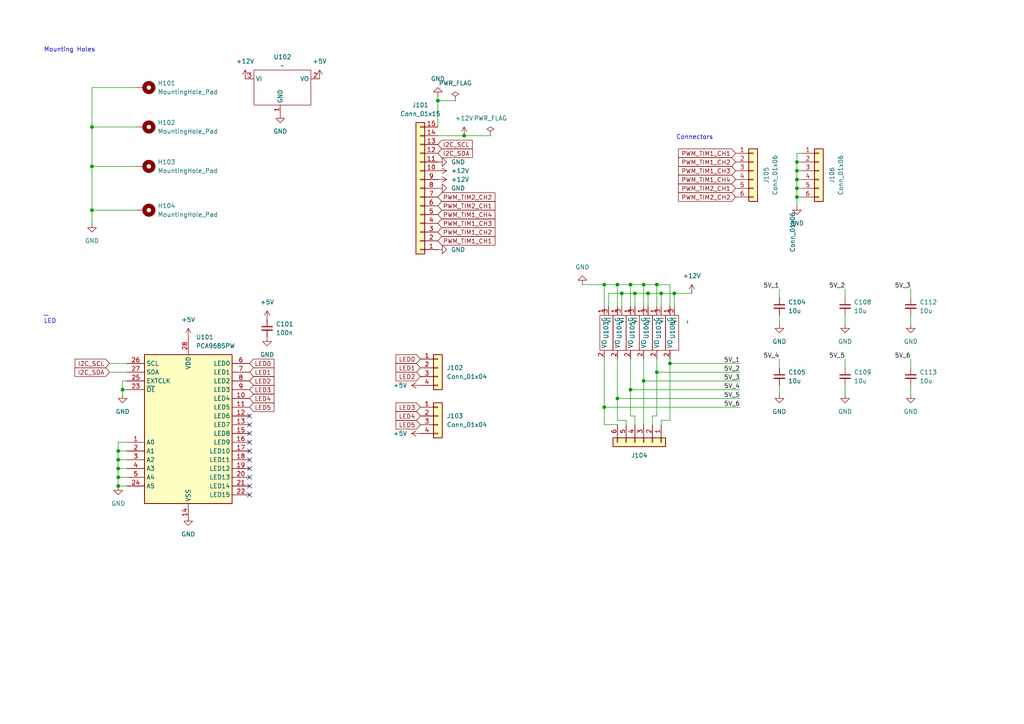
<source format=kicad_sch>
(kicad_sch (version 20231120) (generator "eeschema") (generator_version "8.0")
  (paper "A4")
  (title_block (title "PCB_tête") (date "2024-03-09") (rev "1.0") (company "ENSEA"))
  (lib_symbols
    (symbol "+5V_2" (power) (pin_numbers hide) (pin_names (offset 0) hide)
      (property "Value" "+5V" (at 0 3.556 0))
      (symbol "+5V_2_0_1"
        (polyline (pts (xy -0.762 1.27) (xy 0 2.54)))
        (polyline (pts (xy 0 0) (xy 0 2.54)))
        (polyline (pts (xy 0 2.54) (xy 0.762 1.27)))
      )
      (symbol "+5V_2_1_1"
        (pin power_in line (at 0 0 90) (length 0) (name "~") (number "1"))
      )
    )
    (symbol "Buck_1"
      (property "Reference" "U5" (at 2.032 -6.858 0))
      (property "Value" "~" (at 4.445 3.81 0))
      (symbol "Buck_1_1_1"
        (rectangle (start 2.54 1.27) (end 12.7 -2.54))
        (pin power_in line (at 0 -1.27 0) (length 2.54) (name "G") (number "1"))
        (pin passive line (at 15.24 -1.27 180) (length 2.54) (name "VO") (number "2"))
        (pin power_in line (at 0 0 0) (length 2.54) (name "VI") (number "3"))
      )
    )
    (symbol "Connector_Generic:Conn_01x04" (pin_names (offset 1.016) hide)
      (property "Reference" "J" (at 0 5.08 0))
      (property "Value" "Conn_01x04" (at 0 -7.62 0))
      (symbol "Conn_01x04_1_1"
        (rectangle (start -1.27 -4.953) (end 0 -5.207) (stroke (width 0.1524)))
        (rectangle (start -1.27 -2.413) (end 0 -2.667) (stroke (width 0.1524)))
        (rectangle (start -1.27 0.127) (end 0 -0.127) (stroke (width 0.1524)))
        (rectangle (start -1.27 2.667) (end 0 2.413) (stroke (width 0.1524)))
        (rectangle (start -1.27 3.81) (end 1.27 -6.35) (stroke (width 0.254)) (fill (type background)))
        (pin passive line (at -5.08 2.54 0) (length 3.81) (name "Pin_1") (number "1"))
        (pin passive line (at -5.08 0 0) (length 3.81) (name "Pin_2") (number "2"))
        (pin passive line (at -5.08 -2.54 0) (length 3.81) (name "Pin_3") (number "3"))
        (pin passive line (at -5.08 -5.08 0) (length 3.81) (name "Pin_4") (number "4"))
      )
    )
    (symbol "Connector_Generic:Conn_01x06" (pin_names (offset 1.016) hide)
      (property "Reference" "J" (at 0 7.62 0))
      (property "Value" "Conn_01x06" (at 0 -10.16 0))
      (symbol "Conn_01x06_1_1"
        (rectangle (start -1.27 -7.493) (end 0 -7.747) (stroke (width 0.1524)))
        (rectangle (start -1.27 -4.953) (end 0 -5.207) (stroke (width 0.1524)))
        (rectangle (start -1.27 -2.413) (end 0 -2.667) (stroke (width 0.1524)))
        (rectangle (start -1.27 0.127) (end 0 -0.127) (stroke (width 0.1524)))
        (rectangle (start -1.27 2.667) (end 0 2.413) (stroke (width 0.1524)))
        (rectangle (start -1.27 5.207) (end 0 4.953) (stroke (width 0.1524)))
        (rectangle (start -1.27 6.35) (end 1.27 -8.89) (stroke (width 0.254)) (fill (type background)))
        (pin passive line (at -5.08 5.08 0) (length 3.81) (name "Pin_1") (number "1"))
        (pin passive line (at -5.08 2.54 0) (length 3.81) (name "Pin_2") (number "2"))
        (pin passive line (at -5.08 0 0) (length 3.81) (name "Pin_3") (number "3"))
        (pin passive line (at -5.08 -2.54 0) (length 3.81) (name "Pin_4") (number "4"))
        (pin passive line (at -5.08 -5.08 0) (length 3.81) (name "Pin_5") (number "5"))
        (pin passive line (at -5.08 -7.62 0) (length 3.81) (name "Pin_6") (number "6"))
      )
    )
    (symbol "Connector_Generic:Conn_01x15" (pin_names (offset 1.016) hide)
      (property "Reference" "J" (at 0 20.32 0))
      (property "Value" "Conn_01x15" (at 0 -20.32 0))
      (symbol "Conn_01x15_1_1"
        (rectangle (start -1.27 -17.653) (end 0 -17.907) (stroke (width 0.1524)))
        (rectangle (start -1.27 -15.113) (end 0 -15.367) (stroke (width 0.1524)))
        (rectangle (start -1.27 -12.573) (end 0 -12.827) (stroke (width 0.1524)))
        (rectangle (start -1.27 -10.033) (end 0 -10.287) (stroke (width 0.1524)))
        (rectangle (start -1.27 -7.493) (end 0 -7.747) (stroke (width 0.1524)))
        (rectangle (start -1.27 -4.953) (end 0 -5.207) (stroke (width 0.1524)))
        (rectangle (start -1.27 -2.413) (end 0 -2.667) (stroke (width 0.1524)))
        (rectangle (start -1.27 0.127) (end 0 -0.127) (stroke (width 0.1524)))
        (rectangle (start -1.27 2.667) (end 0 2.413) (stroke (width 0.1524)))
        (rectangle (start -1.27 5.207) (end 0 4.953) (stroke (width 0.1524)))
        (rectangle (start -1.27 7.747) (end 0 7.493) (stroke (width 0.1524)))
        (rectangle (start -1.27 10.287) (end 0 10.033) (stroke (width 0.1524)))
        (rectangle (start -1.27 12.827) (end 0 12.573) (stroke (width 0.1524)))
        (rectangle (start -1.27 15.367) (end 0 15.113) (stroke (width 0.1524)))
        (rectangle (start -1.27 17.907) (end 0 17.653) (stroke (width 0.1524)))
        (rectangle (start -1.27 19.05) (end 1.27 -19.05) (stroke (width 0.254)) (fill (type background)))
        (pin passive line (at -5.08 17.78 0) (length 3.81) (name "Pin_1") (number "1"))
        (pin passive line (at -5.08 -5.08 0) (length 3.81) (name "Pin_10") (number "10"))
        (pin passive line (at -5.08 -7.62 0) (length 3.81) (name "Pin_11") (number "11"))
        (pin passive line (at -5.08 -10.16 0) (length 3.81) (name "Pin_12") (number "12"))
        (pin passive line (at -5.08 -12.7 0) (length 3.81) (name "Pin_13") (number "13"))
        (pin passive line (at -5.08 -15.24 0) (length 3.81) (name "Pin_14") (number "14"))
        (pin passive line (at -5.08 -17.78 0) (length 3.81) (name "Pin_15") (number "15"))
        (pin passive line (at -5.08 15.24 0) (length 3.81) (name "Pin_2") (number "2"))
        (pin passive line (at -5.08 12.7 0) (length 3.81) (name "Pin_3") (number "3"))
        (pin passive line (at -5.08 10.16 0) (length 3.81) (name "Pin_4") (number "4"))
        (pin passive line (at -5.08 7.62 0) (length 3.81) (name "Pin_5") (number "5"))
        (pin passive line (at -5.08 5.08 0) (length 3.81) (name "Pin_6") (number "6"))
        (pin passive line (at -5.08 2.54 0) (length 3.81) (name "Pin_7") (number "7"))
        (pin passive line (at -5.08 0 0) (length 3.81) (name "Pin_8") (number "8"))
        (pin passive line (at -5.08 -2.54 0) (length 3.81) (name "Pin_9") (number "9"))
      )
    )
    (symbol "Device:C_Small" (pin_numbers hide) (pin_names (offset 0.254) hide)
      (property "Reference" "C" (at 0.254 1.778 0))
      (property "Value" "C_Small" (at 0.254 -2.032 0))
      (symbol "C_Small_0_1"
        (polyline (pts (xy -1.524 -0.508) (xy 1.524 -0.508)) (stroke (width 0.3302)))
        (polyline (pts (xy -1.524 0.508) (xy 1.524 0.508)) (stroke (width 0.3048)))
      )
      (symbol "C_Small_1_1"
        (pin passive line (at 0 2.54 270) (length 2.032) (name "~") (number "1"))
        (pin passive line (at 0 -2.54 90) (length 2.032) (name "~") (number "2"))
      )
    )
    (symbol "Driver_LED:PCA9685PW"
      (property "Reference" "U" (at -12.7 22.225 0))
      (property "Value" "PCA9685PW" (at 1.27 22.225 0))
      (symbol "PCA9685PW_0_1"
        (rectangle (start -12.7 20.32) (end 12.7 -22.86) (stroke (width 0.254)) (fill (type background)))
      )
      (symbol "PCA9685PW_1_1"
        (pin input line (at -17.78 -5.08 0) (length 5.08) (name "A0") (number "1"))
        (pin output line (at 17.78 7.62 180) (length 5.08) (name "LED4") (number "10"))
        (pin output line (at 17.78 5.08 180) (length 5.08) (name "LED5") (number "11"))
        (pin output line (at 17.78 2.54 180) (length 5.08) (name "LED6") (number "12"))
        (pin output line (at 17.78 0 180) (length 5.08) (name "LED7") (number "13"))
        (pin power_in line (at 0 -27.94 90) (length 5.08) (name "VSS") (number "14"))
        (pin output line (at 17.78 -2.54 180) (length 5.08) (name "LED8") (number "15"))
        (pin output line (at 17.78 -5.08 180) (length 5.08) (name "LED9") (number "16"))
        (pin output line (at 17.78 -7.62 180) (length 5.08) (name "LED10") (number "17"))
        (pin output line (at 17.78 -10.16 180) (length 5.08) (name "LED11") (number "18"))
        (pin output line (at 17.78 -12.7 180) (length 5.08) (name "LED12") (number "19"))
        (pin input line (at -17.78 -7.62 0) (length 5.08) (name "A1") (number "2"))
        (pin output line (at 17.78 -15.24 180) (length 5.08) (name "LED13") (number "20"))
        (pin output line (at 17.78 -17.78 180) (length 5.08) (name "LED14") (number "21"))
        (pin output line (at 17.78 -20.32 180) (length 5.08) (name "LED15") (number "22"))
        (pin input line (at -17.78 10.16 0) (length 5.08) (name "~{OE}") (number "23"))
        (pin input line (at -17.78 -17.78 0) (length 5.08) (name "A5") (number "24"))
        (pin input line (at -17.78 12.7 0) (length 5.08) (name "EXTCLK") (number "25"))
        (pin input line (at -17.78 17.78 0) (length 5.08) (name "SCL") (number "26"))
        (pin bidirectional line (at -17.78 15.24 0) (length 5.08) (name "SDA") (number "27"))
        (pin power_in line (at 0 25.4 270) (length 5.08) (name "VDD") (number "28"))
        (pin input line (at -17.78 -10.16 0) (length 5.08) (name "A2") (number "3"))
        (pin input line (at -17.78 -12.7 0) (length 5.08) (name "A3") (number "4"))
        (pin input line (at -17.78 -15.24 0) (length 5.08) (name "A4") (number "5"))
        (pin output line (at 17.78 17.78 180) (length 5.08) (name "LED0") (number "6"))
        (pin output line (at 17.78 15.24 180) (length 5.08) (name "LED1") (number "7"))
        (pin output line (at 17.78 12.7 180) (length 5.08) (name "LED2") (number "8"))
        (pin output line (at 17.78 10.16 180) (length 5.08) (name "LED3") (number "9"))
      )
    )
    (symbol "GND_1" (power) (pin_numbers hide) (pin_names (offset 0) hide)
      (property "Value" "GND" (at 0 -3.81 0))
      (symbol "GND_1_0_1"
        (polyline (pts (xy 0 0) (xy 0 -1.27) (xy 1.27 -1.27) (xy 0 -2.54) (xy -1.27 -1.27) (xy 0 -1.27)))
      )
      (symbol "GND_1_1_1"
        (pin power_in line (at 0 0 270) (length 0) (name "~") (number "1"))
      )
    )
    (symbol "GND_2" (power) (pin_numbers hide) (pin_names (offset 0) hide)
      (property "Value" "GND" (at 0 -3.81 0))
      (symbol "GND_2_0_1"
        (polyline (pts (xy 0 0) (xy 0 -1.27) (xy 1.27 -1.27) (xy 0 -2.54) (xy -1.27 -1.27) (xy 0 -1.27)))
      )
      (symbol "GND_2_1_1"
        (pin power_in line (at 0 0 270) (length 0) (name "~") (number "1"))
      )
    )
    (symbol "GND_3" (power) (pin_numbers hide) (pin_names (offset 0) hide)
      (property "Value" "GND" (at 0 -3.81 0))
      (symbol "GND_3_0_1"
        (polyline (pts (xy 0 0) (xy 0 -1.27) (xy 1.27 -1.27) (xy 0 -2.54) (xy -1.27 -1.27) (xy 0 -1.27)))
      )
      (symbol "GND_3_1_1"
        (pin power_in line (at 0 0 270) (length 0) (name "~") (number "1"))
      )
    )
    (symbol "Mechanical:MountingHole_Pad" (pin_numbers hide) (pin_names (offset 1.016) hide)
      (property "Reference" "H" (at 0 6.35 0))
      (property "Value" "MountingHole_Pad" (at 0 4.445 0))
      (symbol "MountingHole_Pad_0_1"
        (circle (center 0 1.27) (radius 1.27) (stroke (width 1.27)))
      )
      (symbol "MountingHole_Pad_1_1"
        (pin input line (at 0 -2.54 90) (length 2.54) (name "1") (number "1"))
      )
    )
    (symbol "kicad-unified-universal-8.0.0:Buck1"
      (property "Reference" "U7" (at 0.635 7.62 0))
      (property "Value" "~" (at 0.635 5.08 0))
      (symbol "Buck1_1_1"
        (rectangle (start -7.62 3.81) (end 8.89 -6.35))
        (pin power_in line (at 0 -8.89 90) (length 2.54) (name "GND") (number "1"))
        (pin power_out line (at 11.43 1.27 180) (length 2.54) (name "VO") (number "2"))
        (pin power_in line (at -10.16 1.27 0) (length 2.54) (name "VI") (number "3"))
      )
    )
    (symbol "power:+12V" (power) (pin_numbers hide) (pin_names (offset 0) hide)
      (property "Value" "+12V" (at 0 3.556 0))
      (symbol "+12V_0_1"
        (polyline (pts (xy -0.762 1.27) (xy 0 2.54)))
        (polyline (pts (xy 0 0) (xy 0 2.54)))
        (polyline (pts (xy 0 2.54) (xy 0.762 1.27)))
      )
      (symbol "+12V_1_1"
        (pin power_in line (at 0 0 90) (length 0) (name "~") (number "1"))
      )
    )
    (symbol "power:+5V" (power) (pin_names (offset 0))
      (property "Value" "+5V" (at 0 3.556 0))
      (symbol "+5V_0_1"
        (polyline (pts (xy -0.762 1.27) (xy 0 2.54)))
        (polyline (pts (xy 0 0) (xy 0 2.54)))
        (polyline (pts (xy 0 2.54) (xy 0.762 1.27)))
      )
      (symbol "+5V_1_1"
        (pin power_in line (at 0 0 90) (length 0) hide (name "+5V") (number "1"))
      )
    )
    (symbol "power:GND" (power) (pin_names (offset 0))
      (property "Value" "GND" (at 0 -3.81 0))
      (symbol "GND_0_1"
        (polyline (pts (xy 0 0) (xy 0 -1.27) (xy 1.27 -1.27) (xy 0 -2.54) (xy -1.27 -1.27) (xy 0 -1.27)))
      )
      (symbol "GND_1_1"
        (pin power_in line (at 0 0 270) (length 0) hide (name "GND") (number "1"))
      )
    )
    (symbol "power:PWR_FLAG" (power) (pin_numbers hide) (pin_names (offset 0) hide)
      (property "Value" "PWR_FLAG" (at 0 3.81 0))
      (symbol "PWR_FLAG_0_0"
        (pin power_out line (at 0 0 90) (length 0) (name "~") (number "1"))
      )
      (symbol "PWR_FLAG_0_1"
        (polyline (pts (xy 0 0) (xy 0 1.27) (xy -1.016 1.905) (xy 0 2.54) (xy 1.016 1.905) (xy 0 1.27)))
      )
    )
  )
  (junction (at 231.14 57.15))
  (junction (at 182.88 82.55))
  (junction (at 175.26 82.55))
  (junction (at 190.5 82.55))
  (junction (at 26.67 36.83))
  (junction (at 231.14 54.61))
  (junction (at 179.07 82.55))
  (junction (at 34.29 138.43))
  (junction (at 186.69 110.49))
  (junction (at 194.31 105.41))
  (junction (at 34.29 140.97))
  (junction (at 182.88 113.03))
  (junction (at 190.5 107.95))
  (junction (at 195.58 85.09))
  (junction (at 26.67 48.26))
  (junction (at 127 29.21))
  (junction (at 231.14 49.53))
  (junction (at 191.77 85.09))
  (junction (at 180.34 85.09))
  (junction (at 34.29 130.81))
  (junction (at 34.29 133.35))
  (junction (at 186.69 82.55))
  (junction (at 187.96 85.09))
  (junction (at 231.14 46.99))
  (junction (at 179.07 115.57))
  (junction (at 35.56 113.03))
  (junction (at 231.14 52.07))
  (junction (at 184.15 85.09))
  (junction (at 175.26 118.11))
  (junction (at 34.29 135.89))
  (junction (at 134.62 39.37))
  (junction (at 26.67 60.96))
  (no_connect (at 72.39 140.97))
  (no_connect (at 72.39 128.27))
  (no_connect (at 72.39 123.19))
  (no_connect (at 72.39 125.73))
  (no_connect (at 72.39 133.35))
  (no_connect (at 72.39 138.43))
  (no_connect (at 72.39 143.51))
  (no_connect (at 72.39 130.81))
  (no_connect (at 72.39 120.65))
  (no_connect (at 72.39 135.89))
  (wire (pts (xy 187.96 88.9) (xy 187.96 85.09)))
  (wire (pts (xy 184.15 85.09) (xy 187.96 85.09)))
  (wire (pts (xy 175.26 104.14) (xy 175.26 118.11)))
  (wire (pts (xy 187.96 85.09) (xy 191.77 85.09)))
  (wire (pts (xy 226.06 104.14) (xy 226.06 106.68)))
  (wire (pts (xy 179.07 88.9) (xy 179.07 82.55)))
  (wire (pts (xy 190.5 88.9) (xy 190.5 82.55)))
  (wire (pts (xy 36.83 113.03) (xy 35.56 113.03)))
  (wire (pts (xy 190.5 120.65) (xy 190.5 107.95)))
  (wire (pts (xy 176.53 85.09) (xy 180.34 85.09)))
  (wire (pts (xy 186.69 110.49) (xy 214.63 110.49)))
  (wire (pts (xy 245.11 83.82) (xy 245.11 86.36)))
  (wire (pts (xy 190.5 107.95) (xy 190.5 104.14)))
  (wire (pts (xy 189.23 120.65) (xy 189.23 123.19)))
  (wire (pts (xy 179.07 121.92) (xy 179.07 115.57)))
  (wire (pts (xy 31.75 105.41) (xy 36.83 105.41)))
  (wire (pts (xy 179.07 82.55) (xy 175.26 82.55)))
  (wire (pts (xy 34.29 130.81) (xy 34.29 133.35)))
  (wire (pts (xy 26.67 60.96) (xy 39.37 60.96)))
  (wire (pts (xy 184.15 120.65) (xy 184.15 123.19)))
  (wire (pts (xy 231.14 52.07) (xy 231.14 49.53)))
  (wire (pts (xy 194.31 82.55) (xy 190.5 82.55)))
  (wire (pts (xy 54.61 149.86) (xy 54.61 151.13)))
  (wire (pts (xy 264.16 104.14) (xy 264.16 106.68)))
  (wire (pts (xy 127 27.94) (xy 127 29.21)))
  (wire (pts (xy 186.69 88.9) (xy 186.69 82.55)))
  (wire (pts (xy 134.62 39.37) (xy 142.24 39.37)))
  (wire (pts (xy 264.16 91.44) (xy 264.16 93.98)))
  (wire (pts (xy 34.29 138.43) (xy 34.29 140.97)))
  (polyline (pts (xy 12.7 91.44) (xy 13.97 91.44)) (stroke (width 0) (type dash)))
  (wire (pts (xy 190.5 82.55) (xy 186.69 82.55)))
  (wire (pts (xy 182.88 120.65) (xy 184.15 120.65)))
  (wire (pts (xy 39.37 36.83) (xy 26.67 36.83)))
  (wire (pts (xy 195.58 85.09) (xy 195.58 88.9)))
  (wire (pts (xy 182.88 82.55) (xy 179.07 82.55)))
  (wire (pts (xy 35.56 110.49) (xy 35.56 113.03)))
  (wire (pts (xy 194.31 121.92) (xy 191.77 121.92)))
  (wire (pts (xy 182.88 104.14) (xy 182.88 113.03)))
  (wire (pts (xy 34.29 133.35) (xy 36.83 133.35)))
  (wire (pts (xy 180.34 85.09) (xy 184.15 85.09)))
  (wire (pts (xy 226.06 83.82) (xy 226.06 86.36)))
  (wire (pts (xy 36.83 110.49) (xy 35.56 110.49)))
  (wire (pts (xy 36.83 128.27) (xy 34.29 128.27)))
  (wire (pts (xy 179.07 115.57) (xy 179.07 104.14)))
  (wire (pts (xy 26.67 25.4) (xy 26.67 36.83)))
  (wire (pts (xy 26.67 60.96) (xy 26.67 64.77)))
  (wire (pts (xy 26.67 36.83) (xy 26.67 48.26)))
  (wire (pts (xy 182.88 113.03) (xy 182.88 120.65)))
  (wire (pts (xy 186.69 104.14) (xy 186.69 110.49)))
  (wire (pts (xy 226.06 111.76) (xy 226.06 114.3)))
  (wire (pts (xy 194.31 121.92) (xy 194.31 105.41)))
  (wire (pts (xy 26.67 48.26) (xy 26.67 60.96)))
  (wire (pts (xy 180.34 88.9) (xy 180.34 85.09)))
  (wire (pts (xy 231.14 49.53) (xy 231.14 46.99)))
  (wire (pts (xy 179.07 121.92) (xy 181.61 121.92)))
  (wire (pts (xy 34.29 140.97) (xy 36.83 140.97)))
  (wire (pts (xy 35.56 113.03) (xy 35.56 114.3)))
  (wire (pts (xy 175.26 82.55) (xy 168.91 82.55)))
  (wire (pts (xy 245.11 91.44) (xy 245.11 93.98)))
  (wire (pts (xy 184.15 88.9) (xy 184.15 85.09)))
  (wire (pts (xy 245.11 111.76) (xy 245.11 114.3)))
  (wire (pts (xy 34.29 135.89) (xy 34.29 138.43)))
  (wire (pts (xy 34.29 133.35) (xy 34.29 135.89)))
  (wire (pts (xy 231.14 54.61) (xy 231.14 52.07)))
  (wire (pts (xy 179.07 115.57) (xy 214.63 115.57)))
  (wire (pts (xy 231.14 46.99) (xy 232.41 46.99)))
  (wire (pts (xy 194.31 105.41) (xy 194.31 104.14)))
  (wire (pts (xy 182.88 113.03) (xy 214.63 113.03)))
  (wire (pts (xy 191.77 85.09) (xy 195.58 85.09)))
  (wire (pts (xy 191.77 121.92) (xy 191.77 123.19)))
  (wire (pts (xy 245.11 104.14) (xy 245.11 106.68)))
  (wire (pts (xy 127 29.21) (xy 132.08 29.21)))
  (wire (pts (xy 264.16 83.82) (xy 264.16 86.36)))
  (wire (pts (xy 127 29.21) (xy 127 36.83)))
  (wire (pts (xy 231.14 44.45) (xy 232.41 44.45)))
  (wire (pts (xy 175.26 88.9) (xy 175.26 82.55)))
  (wire (pts (xy 31.75 107.95) (xy 36.83 107.95)))
  (wire (pts (xy 34.29 128.27) (xy 34.29 130.81)))
  (wire (pts (xy 190.5 120.65) (xy 189.23 120.65)))
  (wire (pts (xy 175.26 118.11) (xy 175.26 123.19)))
  (wire (pts (xy 181.61 121.92) (xy 181.61 123.19)))
  (wire (pts (xy 34.29 130.81) (xy 36.83 130.81)))
  (wire (pts (xy 175.26 123.19) (xy 179.07 123.19)))
  (wire (pts (xy 231.14 57.15) (xy 232.41 57.15)))
  (wire (pts (xy 231.14 59.69) (xy 231.14 57.15)))
  (wire (pts (xy 182.88 88.9) (xy 182.88 82.55)))
  (wire (pts (xy 34.29 135.89) (xy 36.83 135.89)))
  (wire (pts (xy 186.69 110.49) (xy 186.69 123.19)))
  (wire (pts (xy 39.37 25.4) (xy 26.67 25.4)))
  (wire (pts (xy 26.67 48.26) (xy 39.37 48.26)))
  (wire (pts (xy 231.14 57.15) (xy 231.14 54.61)))
  (wire (pts (xy 264.16 111.76) (xy 264.16 114.3)))
  (wire (pts (xy 226.06 91.44) (xy 226.06 93.98)))
  (wire (pts (xy 231.14 46.99) (xy 231.14 44.45)))
  (wire (pts (xy 194.31 88.9) (xy 194.31 82.55)))
  (wire (pts (xy 231.14 49.53) (xy 232.41 49.53)))
  (wire (pts (xy 194.31 105.41) (xy 214.63 105.41)))
  (wire (pts (xy 191.77 88.9) (xy 191.77 85.09)))
  (wire (pts (xy 34.29 138.43) (xy 36.83 138.43)))
  (wire (pts (xy 200.66 85.09) (xy 195.58 85.09)))
  (wire (pts (xy 190.5 107.95) (xy 214.63 107.95)))
  (wire (pts (xy 176.53 88.9) (xy 176.53 85.09)))
  (wire (pts (xy 134.62 39.37) (xy 127 39.37)))
  (wire (pts (xy 231.14 52.07) (xy 232.41 52.07)))
  (wire (pts (xy 186.69 82.55) (xy 182.88 82.55)))
  (wire (pts (xy 175.26 118.11) (xy 214.63 118.11)))
  (wire (pts (xy 231.14 54.61) (xy 232.41 54.61)))
  (text "LED " (at 12.7 93.98 0) (effects (font (size 1.27 1.27)) (justify left bottom)))
  (text "Connectors" (at 196.088 40.64 0) (effects (font (size 1.27 1.27)) (justify left bottom)))
  (text "Mounting Holes" (at 12.7 15.24 0) (effects (font (size 1.27 1.27)) (justify left bottom)))
  (label "5V_2" (at 214.63 107.95 180))
  (label "5V_6" (at 264.16 104.14 180))
  (label "5V_3" (at 214.63 110.49 180))
  (label "5V_1" (at 214.63 105.41 180))
  (label "5V_5" (at 214.63 115.57 180))
  (label "5V_2" (at 245.11 83.82 180))
  (label "5V_4" (at 226.06 104.14 180))
  (label "5V_4" (at 214.63 113.03 180))
  (label "5V_6" (at 214.63 118.11 180))
  (label "5V_1" (at 226.06 83.82 180))
  (label "5V_3" (at 264.16 83.82 180))
  (label "5V_5" (at 245.11 104.14 180))
  (global_label "LED5" (shape input) (at 121.92 123.19 180) (property "Intersheetrefs" "${INTERSHEET_REFS}" (effects (hide yes))))
  (global_label "PWM_TIM2_CH2" (shape input) (at 213.36 57.15 180) (property "Intersheetrefs" "${INTERSHEET_REFS}" (effects (hide yes))))
  (global_label "PWM_TIM1_CH4" (shape input) (at 127 62.23 0) (property "Intersheetrefs" "${INTERSHEET_REFS}" (effects (hide yes))))
  (global_label "LED1" (shape input) (at 121.92 106.68 180) (property "Intersheetrefs" "${INTERSHEET_REFS}" (effects (hide yes))))
  (global_label "LED1" (shape input) (at 72.39 107.95 0) (property "Intersheetrefs" "${INTERSHEET_REFS}" (effects (hide yes))))
  (global_label "LED4" (shape input) (at 121.92 120.65 180) (property "Intersheetrefs" "${INTERSHEET_REFS}" (effects (hide yes))))
  (global_label "PWM_TIM2_CH2" (shape input) (at 127 57.15 0) (property "Intersheetrefs" "${INTERSHEET_REFS}" (effects (hide yes))))
  (global_label "PWM_TIM1_CH3" (shape input) (at 127 64.77 0) (property "Intersheetrefs" "${INTERSHEET_REFS}" (effects (hide yes))))
  (global_label "I2C_SCL" (shape input) (at 31.75 105.41 180) (property "Intersheetrefs" "${INTERSHEET_REFS}" (effects (hide yes))))
  (global_label "I2C_SDA" (shape input) (at 31.75 107.95 180) (property "Intersheetrefs" "${INTERSHEET_REFS}" (effects (hide yes))))
  (global_label "LED2" (shape input) (at 72.39 110.49 0) (property "Intersheetrefs" "${INTERSHEET_REFS}" (effects (hide yes))))
  (global_label "PWM_TIM1_CH4" (shape input) (at 213.36 52.07 180) (property "Intersheetrefs" "${INTERSHEET_REFS}" (effects (hide yes))))
  (global_label "PWM_TIM1_CH1" (shape input) (at 213.36 44.45 180) (property "Intersheetrefs" "${INTERSHEET_REFS}" (effects (hide yes))))
  (global_label "PWM_TIM1_CH2" (shape input) (at 127 67.31 0) (property "Intersheetrefs" "${INTERSHEET_REFS}" (effects (hide yes))))
  (global_label "LED5" (shape input) (at 72.39 118.11 0) (property "Intersheetrefs" "${INTERSHEET_REFS}" (effects (hide yes))))
  (global_label "PWM_TIM1_CH3" (shape input) (at 213.36 49.53 180) (property "Intersheetrefs" "${INTERSHEET_REFS}" (effects (hide yes))))
  (global_label "I2C_SDA" (shape input) (at 127 44.45 0) (property "Intersheetrefs" "${INTERSHEET_REFS}" (effects (hide yes))))
  (global_label "LED0" (shape input) (at 121.92 104.14 180) (property "Intersheetrefs" "${INTERSHEET_REFS}" (effects (hide yes))))
  (global_label "LED4" (shape input) (at 72.39 115.57 0) (property "Intersheetrefs" "${INTERSHEET_REFS}" (effects (hide yes))))
  (global_label "I2C_SCL" (shape input) (at 127 41.91 0) (property "Intersheetrefs" "${INTERSHEET_REFS}" (effects (hide yes))))
  (global_label "LED2" (shape input) (at 121.92 109.22 180) (property "Intersheetrefs" "${INTERSHEET_REFS}" (effects (hide yes))))
  (global_label "PWM_TIM1_CH2" (shape input) (at 213.36 46.99 180) (property "Intersheetrefs" "${INTERSHEET_REFS}" (effects (hide yes))))
  (global_label "LED3" (shape input) (at 72.39 113.03 0) (property "Intersheetrefs" "${INTERSHEET_REFS}" (effects (hide yes))))
  (global_label "PWM_TIM2_CH1" (shape input) (at 213.36 54.61 180) (property "Intersheetrefs" "${INTERSHEET_REFS}" (effects (hide yes))))
  (global_label "LED0" (shape input) (at 72.39 105.41 0) (property "Intersheetrefs" "${INTERSHEET_REFS}" (effects (hide yes))))
  (global_label "PWM_TIM2_CH1" (shape input) (at 127 59.69 0) (property "Intersheetrefs" "${INTERSHEET_REFS}" (effects (hide yes))))
  (global_label "PWM_TIM1_CH1" (shape input) (at 127 69.85 0) (property "Intersheetrefs" "${INTERSHEET_REFS}" (effects (hide yes))))
  (global_label "LED3" (shape input) (at 121.92 118.11 180) (property "Intersheetrefs" "${INTERSHEET_REFS}" (effects (hide yes))))
  (symbol (lib_name "GND_1") (lib_id "power:GND") (at 127 54.61 90) (unit 1)
    (property "Reference" "#PWR0117" (effects (hide yes)))
    (property "Value" "GND" (at 130.81 54.6099 90) (effects (justify right)))
    (property "Description" "Power symbol creates a global label with name \"GND\" , ground" (effects (hide yes)))
  )
  (symbol (lib_id "Mechanical:MountingHole_Pad") (at 41.91 36.83 270) (unit 1)
    (property "Reference" "H102" (at 45.72 35.56 90) (effects (justify left)))
    (property "Value" "MountingHole_Pad" (at 45.72 38.1 90) (effects (justify left)))
    (property "Footprint" "MountingHole:MountingHole_3.2mm_M3_Pad_Via" (effects (hide yes)))
  )
  (symbol (lib_id "power:+12V") (at 127 49.53 270) (unit 1)
    (property "Reference" "#PWR0115" (effects (hide yes)))
    (property "Value" "+12V" (at 130.81 49.5299 90) (effects (justify left)))
    (property "Description" "Power symbol creates a global label with name \"+12V\"" (effects (hide yes)))
  )
  (symbol (lib_id "power:+5V") (at 121.92 111.76 90) (unit 1)
    (property "Reference" "#PWR0111" (effects (hide yes)))
    (property "Value" "+5V" (at 118.11 111.7599 90) (effects (justify left)))
  )
  (symbol (lib_id "Device:C_Small") (at 245.11 88.9 0) (unit 1)
    (property "Reference" "C108" (at 247.65 87.6363 0) (effects (justify left)))
    (property "Value" "10u" (at 247.65 90.1763 0) (effects (justify left)))
    (property "Footprint" "Capacitor_SMD:C_0603_1608Metric" (effects (hide yes)))
  )
  (symbol (lib_name "GND_1") (lib_id "power:GND") (at 127 46.99 90) (unit 1)
    (property "Reference" "#PWR0114" (effects (hide yes)))
    (property "Value" "GND" (at 130.81 46.9899 90) (effects (justify right)))
    (property "Description" "Power symbol creates a global label with name \"GND\" , ground" (effects (hide yes)))
  )
  (symbol (lib_id "Connector_Generic:Conn_01x04") (at 127 106.68 0) (unit 1)
    (property "Reference" "J102" (at 129.54 106.6799 0) (effects (justify left)))
    (property "Value" "Conn_01x04" (at 129.54 109.2199 0) (effects (justify left)))
    (property "Footprint" "Connector_JST:JST_XH_B4B-XH-A_1x04_P2.50mm_Vertical" (effects (hide yes)))
    (property "Description" "Generic connector, single row, 01x04, script generated (kicad-library-utils/schlib/autogen/connector/)" (effects (hide yes)))
  )
  (symbol (lib_name "GND_3") (lib_id "power:GND") (at 245.11 93.98 0) (unit 1)
    (property "Reference" "#PWR0125" (effects (hide yes)))
    (property "Value" "GND" (at 245.11 99.06 0))
    (property "Description" "Power symbol creates a global label with name \"GND\" , ground" (effects (hide yes)))
  )
  (symbol (lib_name "+5V_2") (lib_id "power:+5V") (at 92.71 22.86 0) (unit 1)
    (property "Reference" "#PWR0110" (effects (hide yes)))
    (property "Value" "+5V" (at 92.71 17.78 0))
    (property "Description" "Power symbol creates a global label with name \"+5V\"" (effects (hide yes)))
  )
  (symbol (lib_name "Buck_1") (lib_id "kicad-unified-universal-8.0.0:Buck") (at 187.96 88.9 270) (unit 1)
    (property "Reference" "U106" (at 187.452 95.758 0))
    (property "Value" "~" (at 191.77 93.345 0))
    (property "Footprint" "libs:173010542" (effects (hide yes)))
  )
  (symbol (lib_id "power:+5V") (at 77.47 92.71 0) (unit 1)
    (property "Reference" "#PWR0107" (effects (hide yes)))
    (property "Value" "+5V" (at 77.47 87.63 0))
  )
  (symbol (lib_id "power:GND") (at 54.61 149.86 0) (unit 1)
    (property "Reference" "#PWR0105" (effects (hide yes)))
    (property "Value" "GND" (at 54.61 154.94 0))
  )
  (symbol (lib_id "Device:C_Small") (at 226.06 109.22 0) (unit 1)
    (property "Reference" "C105" (at 228.6 107.9563 0) (effects (justify left)))
    (property "Value" "10u" (at 228.6 110.4963 0) (effects (justify left)))
    (property "Footprint" "Capacitor_SMD:C_0603_1608Metric" (effects (hide yes)))
  )
  (symbol (lib_id "power:GND") (at 231.14 59.69 0) (unit 1)
    (property "Reference" "#PWR0124" (effects (hide yes)))
    (property "Value" "GND" (at 231.14 64.77 0))
  )
  (symbol (lib_name "Buck_1") (lib_id "kicad-unified-universal-8.0.0:Buck") (at 184.15 88.9 270) (unit 1)
    (property "Reference" "U105" (at 183.388 95.758 0))
    (property "Value" "~" (at 187.96 93.345 0))
    (property "Footprint" "libs:173010542" (effects (hide yes)))
  )
  (symbol (lib_id "Connector_Generic:Conn_01x15") (at 121.92 54.61 180) (unit 1)
    (property "Reference" "J101" (at 121.92 30.48 0))
    (property "Value" "Conn_01x15" (at 121.92 33.02 0))
    (property "Footprint" "libs:CONN15_31321_WRE" (effects (hide yes)))
    (property "Datasheet" "https://www.we-online.com/components/products/datasheet/618015231321.pdf" (effects (hide yes)))
    (property "MPN" "618015231321" (effects (hide yes)))
  )
  (symbol (lib_id "power:+5V") (at 121.92 125.73 90) (unit 1)
    (property "Reference" "#PWR0112" (effects (hide yes)))
    (property "Value" "+5V" (at 118.11 125.7299 90) (effects (justify left)))
  )
  (symbol (lib_id "power:GND") (at 26.67 64.77 0) (unit 1)
    (property "Reference" "#PWR0101" (effects (hide yes)))
    (property "Value" "GND" (at 26.67 69.85 0))
  )
  (symbol (lib_id "power:+12V") (at 134.62 39.37 0) (unit 1)
    (property "Reference" "#PWR0119" (effects (hide yes)))
    (property "Value" "+12V" (at 134.62 34.29 0))
    (property "Description" "Power symbol creates a global label with name \"+12V\"" (effects (hide yes)))
  )
  (symbol (lib_name "GND_3") (lib_id "power:GND") (at 81.28 33.02 0) (unit 1)
    (property "Reference" "#PWR0109" (effects (hide yes)))
    (property "Value" "GND" (at 81.28 38.1 0))
    (property "Description" "Power symbol creates a global label with name \"GND\" , ground" (effects (hide yes)))
  )
  (symbol (lib_id "Device:C_Small") (at 77.47 95.25 0) (unit 1)
    (property "Reference" "C101" (at 80.01 93.9863 0) (effects (justify left)))
    (property "Value" "100n" (at 80.01 96.5263 0) (effects (justify left)))
    (property "Footprint" "Capacitor_SMD:C_0402_1005Metric" (effects (hide yes)))
  )
  (symbol (lib_id "power:+12V") (at 71.12 22.86 0) (unit 1)
    (property "Reference" "#PWR0106" (effects (hide yes)))
    (property "Value" "+12V" (at 71.12 17.78 0))
    (property "Description" "Power symbol creates a global label with name \"+12V\"" (effects (hide yes)))
  )
  (symbol (lib_id "kicad-unified-universal-8.0.0:Buck1") (at 81.28 24.13 0) (unit 1)
    (property "Reference" "U102" (at 81.915 16.51 0))
    (property "Value" "~" (at 81.915 19.05 0))
    (property "Footprint" "libs:173010542" (effects (hide yes)))
  )
  (symbol (lib_id "Device:C_Small") (at 264.16 109.22 0) (unit 1)
    (property "Reference" "C113" (at 266.7 107.9563 0) (effects (justify left)))
    (property "Value" "10u" (at 266.7 110.4963 0) (effects (justify left)))
    (property "Footprint" "Capacitor_SMD:C_0603_1608Metric" (effects (hide yes)))
  )
  (symbol (lib_id "power:GND") (at 77.47 97.79 0) (unit 1)
    (property "Reference" "#PWR0108" (effects (hide yes)))
    (property "Value" "GND" (at 77.47 102.87 0))
  )
  (symbol (lib_name "GND_3") (lib_id "power:GND") (at 264.16 114.3 0) (unit 1)
    (property "Reference" "#PWR0128" (effects (hide yes)))
    (property "Value" "GND" (at 264.16 119.38 0))
    (property "Description" "Power symbol creates a global label with name \"GND\" , ground" (effects (hide yes)))
  )
  (symbol (lib_name "Buck_1") (lib_id "kicad-unified-universal-8.0.0:Buck") (at 180.34 88.9 270) (unit 1)
    (property "Reference" "U104" (at 179.578 95.758 0))
    (property "Value" "~" (at 184.15 93.345 0))
    (property "Footprint" "libs:173010542" (effects (hide yes)))
  )
  (symbol (lib_name "GND_1") (lib_id "power:GND") (at 127 27.94 180) (unit 1)
    (property "Reference" "#PWR0113" (effects (hide yes)))
    (property "Value" "GND" (at 127 22.86 0))
    (property "Description" "Power symbol creates a global label with name \"GND\" , ground" (effects (hide yes)))
  )
  (symbol (lib_id "Connector_Generic:Conn_01x04") (at 127 120.65 0) (unit 1)
    (property "Reference" "J103" (at 129.54 120.6499 0) (effects (justify left)))
    (property "Value" "Conn_01x04" (at 129.54 123.1899 0) (effects (justify left)))
    (property "Footprint" "Connector_JST:JST_XH_B4B-XH-A_1x04_P2.50mm_Vertical" (effects (hide yes)))
    (property "Description" "Generic connector, single row, 01x04, script generated (kicad-library-utils/schlib/autogen/connector/)" (effects (hide yes)))
  )
  (symbol (lib_name "Buck_1") (lib_id "kicad-unified-universal-8.0.0:Buck") (at 176.53 88.9 270) (unit 1)
    (property "Reference" "U103" (at 175.768 95.758 0))
    (property "Value" "~" (at 180.34 93.345 0))
    (property "Footprint" "libs:173010542" (effects (hide yes)))
  )
  (symbol (lib_id "power:PWR_FLAG") (at 142.24 39.37 0) (unit 1)
    (property "Reference" "#FLG0102" (effects (hide yes)))
    (property "Value" "PWR_FLAG" (at 142.24 34.29 0))
    (property "Description" "Special symbol for telling ERC where power comes from" (effects (hide yes)))
  )
  (symbol (lib_id "Mechanical:MountingHole_Pad") (at 41.91 25.4 270) (unit 1)
    (property "Reference" "H101" (at 45.72 24.13 90) (effects (justify left)))
    (property "Value" "MountingHole_Pad" (at 45.72 26.67 90) (effects (justify left)))
    (property "Footprint" "MountingHole:MountingHole_3.2mm_M3_Pad_Via" (effects (hide yes)))
  )
  (symbol (lib_name "GND_3") (lib_id "power:GND") (at 226.06 93.98 0) (unit 1)
    (property "Reference" "#PWR0122" (effects (hide yes)))
    (property "Value" "GND" (at 226.06 99.06 0))
    (property "Description" "Power symbol creates a global label with name \"GND\" , ground" (effects (hide yes)))
  )
  (symbol (lib_name "GND_3") (lib_id "power:GND") (at 226.06 114.3 0) (unit 1)
    (property "Reference" "#PWR0123" (effects (hide yes)))
    (property "Value" "GND" (at 226.06 119.38 0))
    (property "Description" "Power symbol creates a global label with name \"GND\" , ground" (effects (hide yes)))
  )
  (symbol (lib_name "GND_2") (lib_id "power:GND") (at 34.29 140.97 0) (unit 1)
    (property "Reference" "#PWR0102" (effects (hide yes)))
    (property "Value" "GND" (at 34.29 146.05 0))
    (property "Description" "Power symbol creates a global label with name \"GND\" , ground" (effects (hide yes)))
  )
  (symbol (lib_name "GND_3") (lib_id "power:GND") (at 264.16 93.98 0) (unit 1)
    (property "Reference" "#PWR0127" (effects (hide yes)))
    (property "Value" "GND" (at 264.16 99.06 0))
    (property "Description" "Power symbol creates a global label with name \"GND\" , ground" (effects (hide yes)))
  )
  (symbol (lib_id "Mechanical:MountingHole_Pad") (at 41.91 48.26 270) (unit 1)
    (property "Reference" "H103" (at 45.72 46.99 90) (effects (justify left)))
    (property "Value" "MountingHole_Pad" (at 45.72 49.53 90) (effects (justify left)))
    (property "Footprint" "MountingHole:MountingHole_3.2mm_M3_Pad_Via" (effects (hide yes)))
  )
  (symbol (lib_id "Connector_Generic:Conn_01x06") (at 186.69 128.27 270) (unit 1)
    (property "Reference" "J104" (at 185.42 132.08 90))
    (property "Value" "Conn_01x06" (at 229.87 67.31 0))
    (property "Footprint" "Connector_PinHeader_2.54mm:PinHeader_1x06_P2.54mm_Vertical" (effects (hide yes)))
  )
  (symbol (lib_id "power:PWR_FLAG") (at 132.08 29.21 0) (unit 1)
    (property "Reference" "#FLG0101" (effects (hide yes)))
    (property "Value" "PWR_FLAG" (at 132.08 24.13 0))
    (property "Description" "Special symbol for telling ERC where power comes from" (effects (hide yes)))
  )
  (symbol (lib_id "power:GND") (at 35.56 114.3 0) (unit 1)
    (property "Reference" "#PWR0103" (effects (hide yes)))
    (property "Value" "GND" (at 35.56 119.38 0))
  )
  (symbol (lib_id "power:+12V") (at 127 52.07 270) (unit 1)
    (property "Reference" "#PWR0116" (effects (hide yes)))
    (property "Value" "+12V" (at 130.81 52.0699 90) (effects (justify left)))
    (property "Description" "Power symbol creates a global label with name \"+12V\"" (effects (hide yes)))
  )
  (symbol (lib_name "Buck_1") (lib_id "kicad-unified-universal-8.0.0:Buck") (at 191.77 88.9 270) (unit 1)
    (property "Reference" "U107" (at 191.008 95.758 0))
    (property "Value" "~" (at 195.58 93.345 0))
    (property "Footprint" "libs:173010542" (effects (hide yes)))
  )
  (symbol (lib_id "Mechanical:MountingHole_Pad") (at 41.91 60.96 270) (unit 1)
    (property "Reference" "H104" (at 45.72 59.69 90) (effects (justify left)))
    (property "Value" "MountingHole_Pad" (at 45.72 62.23 90) (effects (justify left)))
    (property "Footprint" "MountingHole:MountingHole_3.2mm_M3_Pad_Via" (effects (hide yes)))
  )
  (symbol (lib_name "Buck_1") (lib_id "kicad-unified-universal-8.0.0:Buck") (at 195.58 88.9 270) (unit 1)
    (property "Reference" "U108" (at 195.072 95.758 0))
    (property "Value" "~" (at 199.39 93.345 0))
    (property "Footprint" "libs:173010542" (effects (hide yes)))
  )
  (symbol (lib_id "Device:C_Small") (at 226.06 88.9 0) (unit 1)
    (property "Reference" "C104" (at 228.6 87.6363 0) (effects (justify left)))
    (property "Value" "10u" (at 228.6 90.1763 0) (effects (justify left)))
    (property "Footprint" "Capacitor_SMD:C_0603_1608Metric" (effects (hide yes)))
  )
  (symbol (lib_id "Connector_Generic:Conn_01x06") (at 218.44 49.53 0) (unit 1)
    (property "Reference" "J105" (at 222.25 50.8 90))
    (property "Value" "Conn_01x06" (at 224.79 50.8 90))
    (property "Footprint" "Connector_PinHeader_2.54mm:PinHeader_1x06_P2.54mm_Vertical" (effects (hide yes)))
  )
  (symbol (lib_id "Driver_LED:PCA9685PW") (at 54.61 123.19 0) (unit 1)
    (property "Reference" "U101" (at 56.8041 97.79 0) (effects (justify left)))
    (property "Value" "PCA9685PW" (at 56.8041 100.33 0) (effects (justify left)))
    (property "Footprint" "Package_SO:TSSOP-28_4.4x9.7mm_P0.65mm" (effects (hide yes)))
    (property "Datasheet" "http://www.nxp.com/docs/en/data-sheet/PCA9685.pdf" (effects (hide yes)))
  )
  (symbol (lib_name "GND_1") (lib_id "power:GND") (at 127 72.39 90) (unit 1)
    (property "Reference" "#PWR0118" (effects (hide yes)))
    (property "Value" "GND" (at 130.81 72.3899 90) (effects (justify right)))
    (property "Description" "Power symbol creates a global label with name \"GND\" , ground" (effects (hide yes)))
  )
  (symbol (lib_id "Connector_Generic:Conn_01x06") (at 237.49 49.53 0) (unit 1)
    (property "Reference" "J106" (at 241.3 50.8 90))
    (property "Value" "Conn_01x06" (at 243.84 50.8 90))
    (property "Footprint" "Connector_PinHeader_2.54mm:PinHeader_1x06_P2.54mm_Vertical" (effects (hide yes)))
  )
  (symbol (lib_id "power:+5V") (at 54.61 97.79 0) (unit 1)
    (property "Reference" "#PWR0104" (effects (hide yes)))
    (property "Value" "+5V" (at 54.61 92.71 0))
  )
  (symbol (lib_id "Device:C_Small") (at 245.11 109.22 0) (unit 1)
    (property "Reference" "C109" (at 247.65 107.9563 0) (effects (justify left)))
    (property "Value" "10u" (at 247.65 110.4963 0) (effects (justify left)))
    (property "Footprint" "Capacitor_SMD:C_0603_1608Metric" (effects (hide yes)))
  )
  (symbol (lib_id "Device:C_Small") (at 264.16 88.9 0) (unit 1)
    (property "Reference" "C112" (at 266.7 87.6363 0) (effects (justify left)))
    (property "Value" "10u" (at 266.7 90.1763 0) (effects (justify left)))
    (property "Footprint" "Capacitor_SMD:C_0603_1608Metric" (effects (hide yes)))
  )
  (symbol (lib_name "GND_3") (lib_id "power:GND") (at 245.11 114.3 0) (unit 1)
    (property "Reference" "#PWR0126" (effects (hide yes)))
    (property "Value" "GND" (at 245.11 119.38 0))
    (property "Description" "Power symbol creates a global label with name \"GND\" , ground" (effects (hide yes)))
  )
  (symbol (lib_name "GND_3") (lib_id "power:GND") (at 168.91 82.55 180) (unit 1)
    (property "Reference" "#PWR0120" (effects (hide yes)))
    (property "Value" "GND" (at 168.91 77.47 0))
    (property "Description" "Power symbol creates a global label with name \"GND\" , ground" (effects (hide yes)))
  )
  (symbol (lib_id "power:+12V") (at 200.66 85.09 0) (unit 1)
    (property "Reference" "#PWR0121" (effects (hide yes)))
    (property "Value" "+12V" (at 200.66 80.01 0))
    (property "Description" "Power symbol creates a global label with name \"+12V\"" (effects (hide yes)))
  )
)
</source>
